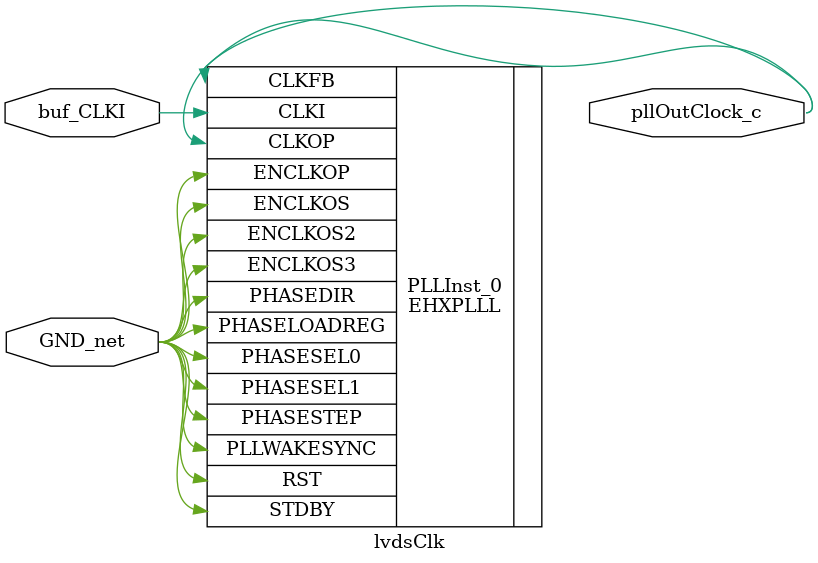
<source format=v>

module lvdsPixelClock (pllInClock, pllOutClock) /* synthesis syn_module_defined=1 */ ;   // c:/users/borna/documents/projects/fpga/blink/blink.v(19[8:22])
    input pllInClock /* synthesis black_box_pad_pin=1 */ ;   // c:/users/borna/documents/projects/fpga/blink/blink.v(19[29:39])
    output pllOutClock;   // c:/users/borna/documents/projects/fpga/blink/blink.v(19[48:59])
    
    wire pllOutClock_c /* synthesis is_clock=1 */ ;   // c:/users/borna/documents/projects/fpga/blink/blink.v(19[48:59])
    wire buf_CLKI /* synthesis is_clock=1 */ ;   // c:/users/borna/documents/projects/fpga/blink/pll/lvdsclk/lvdsclk.v(16[10:18])
    
    wire GND_net, VCC_net;
    
    VHI i48 (.Z(VCC_net));
    PUR PUR_INST (.PUR(VCC_net));
    defparam PUR_INST.RST_PULSE = 1;
    GSR GSR_INST (.GSR(VCC_net));
    IB Inst1_IB (.I(pllInClock), .O(buf_CLKI)) /* synthesis IO_TYPE="LVCMOS33", syn_instantiated=1, LSE_LINE_FILE_ID=3, LSE_LCOL=9, LSE_RCOL=56, LSE_LLINE=21, LSE_RLINE=21 */ ;   // c:/users/borna/documents/projects/fpga/blink/pll/lvdsclk/lvdsclk.v(20[8:41])
    lvdsClk myLvdsPll (.pllOutClock_c(pllOutClock_c), .buf_CLKI(buf_CLKI), 
            .GND_net(GND_net)) /* synthesis NGD_DRC_MASK=1, syn_module_defined=1 */ ;   // c:/users/borna/documents/projects/fpga/blink/blink.v(21[9:56])
    VLO i4 (.Z(GND_net));
    OB pllOutClock_pad (.I(pllOutClock_c), .O(pllOutClock));   // c:/users/borna/documents/projects/fpga/blink/blink.v(19[48:59])
    
endmodule
//
// Verilog Description of module PUR
// module not written out since it is a black-box. 
//

//
// Verilog Description of module lvdsClk
//

module lvdsClk (pllOutClock_c, buf_CLKI, GND_net) /* synthesis NGD_DRC_MASK=1, syn_module_defined=1 */ ;
    output pllOutClock_c;
    input buf_CLKI;
    input GND_net;
    
    wire pllOutClock_c /* synthesis is_clock=1 */ ;   // c:/users/borna/documents/projects/fpga/blink/blink.v(19[48:59])
    wire buf_CLKI /* synthesis is_clock=1 */ ;   // c:/users/borna/documents/projects/fpga/blink/pll/lvdsclk/lvdsclk.v(16[10:18])
    
    EHXPLLL PLLInst_0 (.CLKI(buf_CLKI), .CLKFB(pllOutClock_c), .PHASESEL0(GND_net), 
            .PHASESEL1(GND_net), .PHASEDIR(GND_net), .PHASESTEP(GND_net), 
            .PHASELOADREG(GND_net), .STDBY(GND_net), .PLLWAKESYNC(GND_net), 
            .RST(GND_net), .ENCLKOP(GND_net), .ENCLKOS(GND_net), .ENCLKOS2(GND_net), 
            .ENCLKOS3(GND_net), .CLKOP(pllOutClock_c)) /* synthesis FREQUENCY_PIN_CLKOP="336.000000", FREQUENCY_PIN_CLKI="48.000000", ICP_CURRENT="13", LPF_RESISTOR="8", syn_instantiated=1, LSE_LINE_FILE_ID=3, LSE_LCOL=9, LSE_RCOL=56, LSE_LLINE=21, LSE_RLINE=21 */ ;   // c:/users/borna/documents/projects/fpga/blink/blink.v(21[9:56])
    defparam PLLInst_0.CLKI_DIV = 1;
    defparam PLLInst_0.CLKFB_DIV = 7;
    defparam PLLInst_0.CLKOP_DIV = 2;
    defparam PLLInst_0.CLKOS_DIV = 1;
    defparam PLLInst_0.CLKOS2_DIV = 1;
    defparam PLLInst_0.CLKOS3_DIV = 1;
    defparam PLLInst_0.CLKOP_ENABLE = "ENABLED";
    defparam PLLInst_0.CLKOS_ENABLE = "DISABLED";
    defparam PLLInst_0.CLKOS2_ENABLE = "DISABLED";
    defparam PLLInst_0.CLKOS3_ENABLE = "DISABLED";
    defparam PLLInst_0.CLKOP_CPHASE = 1;
    defparam PLLInst_0.CLKOS_CPHASE = 0;
    defparam PLLInst_0.CLKOS2_CPHASE = 0;
    defparam PLLInst_0.CLKOS3_CPHASE = 0;
    defparam PLLInst_0.CLKOP_FPHASE = 0;
    defparam PLLInst_0.CLKOS_FPHASE = 0;
    defparam PLLInst_0.CLKOS2_FPHASE = 0;
    defparam PLLInst_0.CLKOS3_FPHASE = 0;
    defparam PLLInst_0.FEEDBK_PATH = "USERCLOCK";
    defparam PLLInst_0.CLKOP_TRIM_POL = "FALLING";
    defparam PLLInst_0.CLKOP_TRIM_DELAY = 0;
    defparam PLLInst_0.CLKOS_TRIM_POL = "FALLING";
    defparam PLLInst_0.CLKOS_TRIM_DELAY = 0;
    defparam PLLInst_0.OUTDIVIDER_MUXA = "DIVA";
    defparam PLLInst_0.OUTDIVIDER_MUXB = "DIVB";
    defparam PLLInst_0.OUTDIVIDER_MUXC = "DIVC";
    defparam PLLInst_0.OUTDIVIDER_MUXD = "DIVD";
    defparam PLLInst_0.PLL_LOCK_MODE = 0;
    defparam PLLInst_0.PLL_LOCK_DELAY = 200;
    defparam PLLInst_0.STDBY_ENABLE = "DISABLED";
    defparam PLLInst_0.REFIN_RESET = "DISABLED";
    defparam PLLInst_0.SYNC_ENABLE = "DISABLED";
    defparam PLLInst_0.INT_LOCK_STICKY = "ENABLED";
    defparam PLLInst_0.DPHASE_SOURCE = "DISABLED";
    defparam PLLInst_0.PLLRST_ENA = "DISABLED";
    defparam PLLInst_0.INTFB_WAKE = "DISABLED";
    
endmodule

</source>
